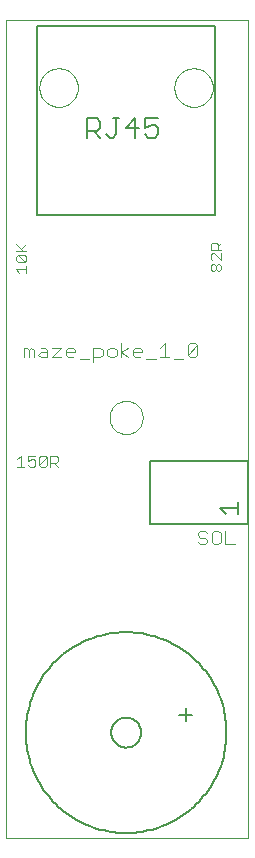
<source format=gto>
G75*
%MOIN*%
%OFA0B0*%
%FSLAX24Y24*%
%IPPOS*%
%LPD*%
%AMOC8*
5,1,8,0,0,1.08239X$1,22.5*
%
%ADD10C,0.0000*%
%ADD11C,0.0040*%
%ADD12C,0.0060*%
%ADD13C,0.0030*%
%ADD14C,0.0080*%
%ADD15C,0.0050*%
D10*
X000200Y000300D02*
X000200Y027550D01*
X000200Y027536D02*
X008261Y027536D01*
X008261Y000300D01*
X000200Y000300D01*
X003649Y014300D02*
X003651Y014347D01*
X003657Y014393D01*
X003667Y014439D01*
X003680Y014484D01*
X003698Y014527D01*
X003719Y014569D01*
X003743Y014609D01*
X003771Y014646D01*
X003802Y014681D01*
X003836Y014714D01*
X003872Y014743D01*
X003911Y014769D01*
X003952Y014792D01*
X003995Y014811D01*
X004039Y014827D01*
X004084Y014839D01*
X004130Y014847D01*
X004177Y014851D01*
X004223Y014851D01*
X004270Y014847D01*
X004316Y014839D01*
X004361Y014827D01*
X004405Y014811D01*
X004448Y014792D01*
X004489Y014769D01*
X004528Y014743D01*
X004564Y014714D01*
X004598Y014681D01*
X004629Y014646D01*
X004657Y014609D01*
X004681Y014569D01*
X004702Y014527D01*
X004720Y014484D01*
X004733Y014439D01*
X004743Y014393D01*
X004749Y014347D01*
X004751Y014300D01*
X004749Y014253D01*
X004743Y014207D01*
X004733Y014161D01*
X004720Y014116D01*
X004702Y014073D01*
X004681Y014031D01*
X004657Y013991D01*
X004629Y013954D01*
X004598Y013919D01*
X004564Y013886D01*
X004528Y013857D01*
X004489Y013831D01*
X004448Y013808D01*
X004405Y013789D01*
X004361Y013773D01*
X004316Y013761D01*
X004270Y013753D01*
X004223Y013749D01*
X004177Y013749D01*
X004130Y013753D01*
X004084Y013761D01*
X004039Y013773D01*
X003995Y013789D01*
X003952Y013808D01*
X003911Y013831D01*
X003872Y013857D01*
X003836Y013886D01*
X003802Y013919D01*
X003771Y013954D01*
X003743Y013991D01*
X003719Y014031D01*
X003698Y014073D01*
X003680Y014116D01*
X003667Y014161D01*
X003657Y014207D01*
X003651Y014253D01*
X003649Y014300D01*
X001310Y025300D02*
X001312Y025350D01*
X001318Y025400D01*
X001328Y025449D01*
X001341Y025498D01*
X001359Y025545D01*
X001380Y025591D01*
X001404Y025634D01*
X001432Y025676D01*
X001463Y025716D01*
X001497Y025753D01*
X001534Y025787D01*
X001574Y025818D01*
X001616Y025846D01*
X001659Y025870D01*
X001705Y025891D01*
X001752Y025909D01*
X001801Y025922D01*
X001850Y025932D01*
X001900Y025938D01*
X001950Y025940D01*
X002000Y025938D01*
X002050Y025932D01*
X002099Y025922D01*
X002148Y025909D01*
X002195Y025891D01*
X002241Y025870D01*
X002284Y025846D01*
X002326Y025818D01*
X002366Y025787D01*
X002403Y025753D01*
X002437Y025716D01*
X002468Y025676D01*
X002496Y025634D01*
X002520Y025591D01*
X002541Y025545D01*
X002559Y025498D01*
X002572Y025449D01*
X002582Y025400D01*
X002588Y025350D01*
X002590Y025300D01*
X002588Y025250D01*
X002582Y025200D01*
X002572Y025151D01*
X002559Y025102D01*
X002541Y025055D01*
X002520Y025009D01*
X002496Y024966D01*
X002468Y024924D01*
X002437Y024884D01*
X002403Y024847D01*
X002366Y024813D01*
X002326Y024782D01*
X002284Y024754D01*
X002241Y024730D01*
X002195Y024709D01*
X002148Y024691D01*
X002099Y024678D01*
X002050Y024668D01*
X002000Y024662D01*
X001950Y024660D01*
X001900Y024662D01*
X001850Y024668D01*
X001801Y024678D01*
X001752Y024691D01*
X001705Y024709D01*
X001659Y024730D01*
X001616Y024754D01*
X001574Y024782D01*
X001534Y024813D01*
X001497Y024847D01*
X001463Y024884D01*
X001432Y024924D01*
X001404Y024966D01*
X001380Y025009D01*
X001359Y025055D01*
X001341Y025102D01*
X001328Y025151D01*
X001318Y025200D01*
X001312Y025250D01*
X001310Y025300D01*
X005810Y025300D02*
X005812Y025350D01*
X005818Y025400D01*
X005828Y025449D01*
X005841Y025498D01*
X005859Y025545D01*
X005880Y025591D01*
X005904Y025634D01*
X005932Y025676D01*
X005963Y025716D01*
X005997Y025753D01*
X006034Y025787D01*
X006074Y025818D01*
X006116Y025846D01*
X006159Y025870D01*
X006205Y025891D01*
X006252Y025909D01*
X006301Y025922D01*
X006350Y025932D01*
X006400Y025938D01*
X006450Y025940D01*
X006500Y025938D01*
X006550Y025932D01*
X006599Y025922D01*
X006648Y025909D01*
X006695Y025891D01*
X006741Y025870D01*
X006784Y025846D01*
X006826Y025818D01*
X006866Y025787D01*
X006903Y025753D01*
X006937Y025716D01*
X006968Y025676D01*
X006996Y025634D01*
X007020Y025591D01*
X007041Y025545D01*
X007059Y025498D01*
X007072Y025449D01*
X007082Y025400D01*
X007088Y025350D01*
X007090Y025300D01*
X007088Y025250D01*
X007082Y025200D01*
X007072Y025151D01*
X007059Y025102D01*
X007041Y025055D01*
X007020Y025009D01*
X006996Y024966D01*
X006968Y024924D01*
X006937Y024884D01*
X006903Y024847D01*
X006866Y024813D01*
X006826Y024782D01*
X006784Y024754D01*
X006741Y024730D01*
X006695Y024709D01*
X006648Y024691D01*
X006599Y024678D01*
X006550Y024668D01*
X006500Y024662D01*
X006450Y024660D01*
X006400Y024662D01*
X006350Y024668D01*
X006301Y024678D01*
X006252Y024691D01*
X006205Y024709D01*
X006159Y024730D01*
X006116Y024754D01*
X006074Y024782D01*
X006034Y024813D01*
X005997Y024847D01*
X005963Y024884D01*
X005932Y024924D01*
X005904Y024966D01*
X005880Y025009D01*
X005859Y025055D01*
X005841Y025102D01*
X005828Y025151D01*
X005818Y025200D01*
X005812Y025250D01*
X005810Y025300D01*
D11*
X007078Y020132D02*
X007020Y020073D01*
X007020Y019898D01*
X007370Y019898D01*
X007253Y019898D02*
X007253Y020073D01*
X007195Y020132D01*
X007078Y020132D01*
X007078Y019773D02*
X007020Y019714D01*
X007020Y019597D01*
X007078Y019539D01*
X007078Y019414D02*
X007136Y019414D01*
X007195Y019355D01*
X007195Y019238D01*
X007136Y019180D01*
X007078Y019180D01*
X007020Y019238D01*
X007020Y019355D01*
X007078Y019414D01*
X007195Y019355D02*
X007253Y019414D01*
X007312Y019414D01*
X007370Y019355D01*
X007370Y019238D01*
X007312Y019180D01*
X007253Y019180D01*
X007195Y019238D01*
X007370Y019539D02*
X007136Y019773D01*
X007078Y019773D01*
X007253Y020015D02*
X007370Y020132D01*
X007370Y019773D02*
X007370Y019539D01*
X006490Y016780D02*
X006567Y016704D01*
X006260Y016397D01*
X006336Y016320D01*
X006490Y016320D01*
X006567Y016397D01*
X006567Y016704D01*
X006490Y016780D02*
X006336Y016780D01*
X006260Y016704D01*
X006260Y016397D01*
X006106Y016243D02*
X005799Y016243D01*
X005646Y016320D02*
X005339Y016320D01*
X005185Y016243D02*
X004878Y016243D01*
X004725Y016473D02*
X004418Y016473D01*
X004418Y016397D02*
X004418Y016550D01*
X004495Y016627D01*
X004648Y016627D01*
X004725Y016550D01*
X004725Y016473D01*
X004648Y016320D02*
X004495Y016320D01*
X004418Y016397D01*
X004265Y016320D02*
X004034Y016473D01*
X004265Y016627D01*
X004034Y016780D02*
X004034Y016320D01*
X003881Y016397D02*
X003881Y016550D01*
X003804Y016627D01*
X003651Y016627D01*
X003574Y016550D01*
X003574Y016397D01*
X003651Y016320D01*
X003804Y016320D01*
X003881Y016397D01*
X003421Y016397D02*
X003344Y016320D01*
X003114Y016320D01*
X003114Y016167D02*
X003114Y016627D01*
X003344Y016627D01*
X003421Y016550D01*
X003421Y016397D01*
X002960Y016243D02*
X002653Y016243D01*
X002500Y016473D02*
X002193Y016473D01*
X002193Y016397D02*
X002193Y016550D01*
X002270Y016627D01*
X002423Y016627D01*
X002500Y016550D01*
X002500Y016473D01*
X002423Y016320D02*
X002270Y016320D01*
X002193Y016397D01*
X002039Y016320D02*
X001732Y016320D01*
X002039Y016627D01*
X001732Y016627D01*
X001579Y016550D02*
X001579Y016320D01*
X001349Y016320D01*
X001272Y016397D01*
X001349Y016473D01*
X001579Y016473D01*
X001579Y016550D02*
X001502Y016627D01*
X001349Y016627D01*
X001119Y016550D02*
X001119Y016320D01*
X001119Y016550D02*
X001042Y016627D01*
X000965Y016550D01*
X000965Y016320D01*
X000965Y016550D02*
X000888Y016627D01*
X000812Y016627D01*
X000812Y016320D01*
X000880Y019133D02*
X000880Y019366D01*
X000880Y019249D02*
X000530Y019249D01*
X000646Y019133D01*
X000588Y019492D02*
X000530Y019550D01*
X000530Y019667D01*
X000588Y019725D01*
X000822Y019492D01*
X000880Y019550D01*
X000880Y019667D01*
X000822Y019725D01*
X000588Y019725D01*
X000530Y019851D02*
X000880Y019851D01*
X000705Y019909D02*
X000880Y020084D01*
X000763Y019851D02*
X000530Y020084D01*
X000588Y019492D02*
X000822Y019492D01*
X005339Y016627D02*
X005492Y016780D01*
X005492Y016320D01*
X006666Y010530D02*
X006589Y010454D01*
X006589Y010377D01*
X006666Y010300D01*
X006819Y010300D01*
X006896Y010223D01*
X006896Y010147D01*
X006819Y010070D01*
X006666Y010070D01*
X006589Y010147D01*
X006666Y010530D02*
X006819Y010530D01*
X006896Y010454D01*
X007049Y010454D02*
X007049Y010147D01*
X007126Y010070D01*
X007279Y010070D01*
X007356Y010147D01*
X007356Y010454D01*
X007279Y010530D01*
X007126Y010530D01*
X007049Y010454D01*
X007510Y010530D02*
X007510Y010070D01*
X007817Y010070D01*
D12*
X006194Y004614D02*
X006194Y004187D01*
X005980Y004400D02*
X006407Y004400D01*
X003700Y003800D02*
X003702Y003844D01*
X003708Y003888D01*
X003718Y003931D01*
X003731Y003973D01*
X003748Y004014D01*
X003769Y004053D01*
X003793Y004090D01*
X003820Y004125D01*
X003850Y004157D01*
X003883Y004187D01*
X003919Y004213D01*
X003956Y004237D01*
X003996Y004256D01*
X004037Y004273D01*
X004080Y004285D01*
X004123Y004294D01*
X004167Y004299D01*
X004211Y004300D01*
X004255Y004297D01*
X004299Y004290D01*
X004342Y004279D01*
X004384Y004265D01*
X004424Y004247D01*
X004463Y004225D01*
X004499Y004201D01*
X004533Y004173D01*
X004565Y004142D01*
X004594Y004108D01*
X004620Y004072D01*
X004642Y004034D01*
X004661Y003994D01*
X004676Y003952D01*
X004688Y003910D01*
X004696Y003866D01*
X004700Y003822D01*
X004700Y003778D01*
X004696Y003734D01*
X004688Y003690D01*
X004676Y003648D01*
X004661Y003606D01*
X004642Y003566D01*
X004620Y003528D01*
X004594Y003492D01*
X004565Y003458D01*
X004533Y003427D01*
X004499Y003399D01*
X004463Y003375D01*
X004424Y003353D01*
X004384Y003335D01*
X004342Y003321D01*
X004299Y003310D01*
X004255Y003303D01*
X004211Y003300D01*
X004167Y003301D01*
X004123Y003306D01*
X004080Y003315D01*
X004037Y003327D01*
X003996Y003344D01*
X003956Y003363D01*
X003919Y003387D01*
X003883Y003413D01*
X003850Y003443D01*
X003820Y003475D01*
X003793Y003510D01*
X003769Y003547D01*
X003748Y003586D01*
X003731Y003627D01*
X003718Y003669D01*
X003708Y003712D01*
X003702Y003756D01*
X003700Y003800D01*
X000854Y003800D02*
X000856Y003915D01*
X000862Y004031D01*
X000872Y004146D01*
X000886Y004261D01*
X000904Y004375D01*
X000926Y004488D01*
X000951Y004601D01*
X000981Y004712D01*
X001014Y004823D01*
X001051Y004932D01*
X001092Y005040D01*
X001137Y005147D01*
X001185Y005252D01*
X001237Y005355D01*
X001293Y005456D01*
X001352Y005556D01*
X001414Y005653D01*
X001480Y005748D01*
X001548Y005841D01*
X001620Y005931D01*
X001695Y006019D01*
X001774Y006104D01*
X001855Y006186D01*
X001938Y006266D01*
X002025Y006342D01*
X002114Y006416D01*
X002205Y006486D01*
X002299Y006554D01*
X002395Y006618D01*
X002494Y006678D01*
X002594Y006735D01*
X002696Y006789D01*
X002800Y006839D01*
X002906Y006886D01*
X003013Y006929D01*
X003122Y006968D01*
X003232Y007003D01*
X003343Y007034D01*
X003455Y007062D01*
X003568Y007086D01*
X003682Y007106D01*
X003797Y007122D01*
X003912Y007134D01*
X004027Y007142D01*
X004142Y007146D01*
X004258Y007146D01*
X004373Y007142D01*
X004488Y007134D01*
X004603Y007122D01*
X004718Y007106D01*
X004832Y007086D01*
X004945Y007062D01*
X005057Y007034D01*
X005168Y007003D01*
X005278Y006968D01*
X005387Y006929D01*
X005494Y006886D01*
X005600Y006839D01*
X005704Y006789D01*
X005806Y006735D01*
X005906Y006678D01*
X006005Y006618D01*
X006101Y006554D01*
X006195Y006486D01*
X006286Y006416D01*
X006375Y006342D01*
X006462Y006266D01*
X006545Y006186D01*
X006626Y006104D01*
X006705Y006019D01*
X006780Y005931D01*
X006852Y005841D01*
X006920Y005748D01*
X006986Y005653D01*
X007048Y005556D01*
X007107Y005456D01*
X007163Y005355D01*
X007215Y005252D01*
X007263Y005147D01*
X007308Y005040D01*
X007349Y004932D01*
X007386Y004823D01*
X007419Y004712D01*
X007449Y004601D01*
X007474Y004488D01*
X007496Y004375D01*
X007514Y004261D01*
X007528Y004146D01*
X007538Y004031D01*
X007544Y003915D01*
X007546Y003800D01*
X007544Y003685D01*
X007538Y003569D01*
X007528Y003454D01*
X007514Y003339D01*
X007496Y003225D01*
X007474Y003112D01*
X007449Y002999D01*
X007419Y002888D01*
X007386Y002777D01*
X007349Y002668D01*
X007308Y002560D01*
X007263Y002453D01*
X007215Y002348D01*
X007163Y002245D01*
X007107Y002144D01*
X007048Y002044D01*
X006986Y001947D01*
X006920Y001852D01*
X006852Y001759D01*
X006780Y001669D01*
X006705Y001581D01*
X006626Y001496D01*
X006545Y001414D01*
X006462Y001334D01*
X006375Y001258D01*
X006286Y001184D01*
X006195Y001114D01*
X006101Y001046D01*
X006005Y000982D01*
X005906Y000922D01*
X005806Y000865D01*
X005704Y000811D01*
X005600Y000761D01*
X005494Y000714D01*
X005387Y000671D01*
X005278Y000632D01*
X005168Y000597D01*
X005057Y000566D01*
X004945Y000538D01*
X004832Y000514D01*
X004718Y000494D01*
X004603Y000478D01*
X004488Y000466D01*
X004373Y000458D01*
X004258Y000454D01*
X004142Y000454D01*
X004027Y000458D01*
X003912Y000466D01*
X003797Y000478D01*
X003682Y000494D01*
X003568Y000514D01*
X003455Y000538D01*
X003343Y000566D01*
X003232Y000597D01*
X003122Y000632D01*
X003013Y000671D01*
X002906Y000714D01*
X002800Y000761D01*
X002696Y000811D01*
X002594Y000865D01*
X002494Y000922D01*
X002395Y000982D01*
X002299Y001046D01*
X002205Y001114D01*
X002114Y001184D01*
X002025Y001258D01*
X001938Y001334D01*
X001855Y001414D01*
X001774Y001496D01*
X001695Y001581D01*
X001620Y001669D01*
X001548Y001759D01*
X001480Y001852D01*
X001414Y001947D01*
X001352Y002044D01*
X001293Y002144D01*
X001237Y002245D01*
X001185Y002348D01*
X001137Y002453D01*
X001092Y002560D01*
X001051Y002668D01*
X001014Y002777D01*
X000981Y002888D01*
X000951Y002999D01*
X000926Y003112D01*
X000904Y003225D01*
X000886Y003339D01*
X000872Y003454D01*
X000862Y003569D01*
X000856Y003685D01*
X000854Y003800D01*
X002902Y023630D02*
X002902Y024271D01*
X003222Y024271D01*
X003329Y024164D01*
X003329Y023950D01*
X003222Y023844D01*
X002902Y023844D01*
X003115Y023844D02*
X003329Y023630D01*
X003546Y023737D02*
X003653Y023630D01*
X003760Y023630D01*
X003867Y023737D01*
X003867Y024271D01*
X003973Y024271D02*
X003760Y024271D01*
X004191Y023950D02*
X004618Y023950D01*
X004511Y023630D02*
X004511Y024271D01*
X004191Y023950D01*
X004835Y023950D02*
X005049Y024057D01*
X005156Y024057D01*
X005262Y023950D01*
X005262Y023737D01*
X005156Y023630D01*
X004942Y023630D01*
X004835Y023737D01*
X004835Y023950D02*
X004835Y024271D01*
X005262Y024271D01*
D13*
X001855Y013035D02*
X001917Y012974D01*
X001917Y012850D01*
X001855Y012788D01*
X001670Y012788D01*
X001670Y012665D02*
X001670Y013035D01*
X001855Y013035D01*
X001793Y012788D02*
X001917Y012665D01*
X001549Y012727D02*
X001487Y012665D01*
X001363Y012665D01*
X001302Y012727D01*
X001549Y012974D01*
X001549Y012727D01*
X001549Y012974D02*
X001487Y013035D01*
X001363Y013035D01*
X001302Y012974D01*
X001302Y012727D01*
X001180Y012727D02*
X001118Y012665D01*
X000995Y012665D01*
X000933Y012727D01*
X000933Y012850D02*
X001057Y012912D01*
X001118Y012912D01*
X001180Y012850D01*
X001180Y012727D01*
X001180Y013035D02*
X000933Y013035D01*
X000933Y012850D01*
X000812Y012665D02*
X000565Y012665D01*
X000565Y012912D02*
X000688Y013035D01*
X000688Y012665D01*
D14*
X001237Y021041D02*
X001237Y027364D01*
X007163Y027364D01*
X007163Y021041D01*
X001237Y021041D01*
X004992Y012851D02*
X004992Y010749D01*
X008256Y010749D01*
X008256Y012851D01*
X004992Y012851D01*
D15*
X007326Y011294D02*
X007937Y011294D01*
X007937Y011091D02*
X007937Y011498D01*
X007530Y011091D02*
X007326Y011294D01*
M02*

</source>
